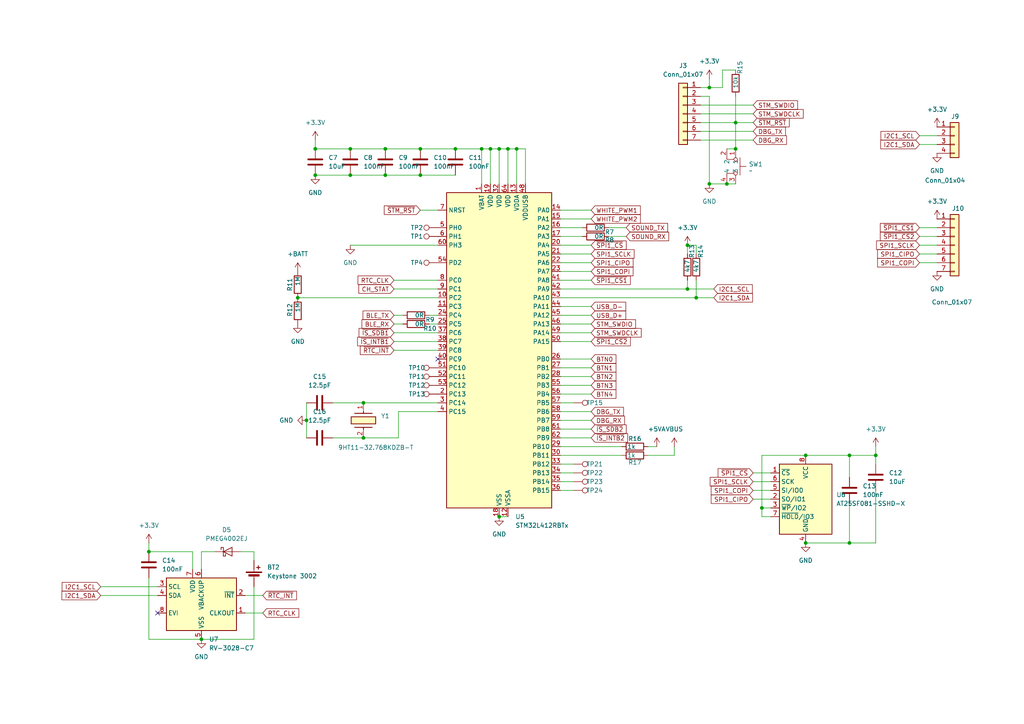
<source format=kicad_sch>
(kicad_sch (version 20250114) (generator "eeschema") (generator_version "9.0")
  (paper "A4")
  (lib_symbols
    (symbol "Connector:TestPoint" (pin_numbers (hide yes)) (pin_names (offset 0.762) (hide yes))
      (property "Reference" "TP" (at 0 6.858 0))
      (property "Value" "TestPoint" (at 0 5.08 0))
      (symbol "TestPoint_0_1"
        (circle (center 0 3.302) (radius 0.762))
      )
      (symbol "TestPoint_1_1"
        (pin passive line (at 0 0 90) (length 2.54) (name "1") (number "1"))
      )
    )
    (symbol "Connector_Generic:Conn_01x04" (pin_names (offset 1.016) (hide yes))
      (property "Reference" "J" (at 0 5.08 0))
      (property "Value" "Conn_01x04" (at 0 -7.62 0))
      (symbol "Conn_01x04_1_1"
        (rectangle (start -1.27 3.81) (end 1.27 -6.35) (stroke (width 0.254)) (fill (type background)))
        (rectangle (start -1.27 2.667) (end 0 2.413) (stroke (width 0.1524)))
        (rectangle (start -1.27 0.127) (end 0 -0.127) (stroke (width 0.1524)))
        (rectangle (start -1.27 -2.413) (end 0 -2.667) (stroke (width 0.1524)))
        (rectangle (start -1.27 -4.953) (end 0 -5.207) (stroke (width 0.1524)))
        (pin passive line (at -5.08 2.54 0) (length 3.81) (name "Pin_1") (number "1"))
        (pin passive line (at -5.08 0 0) (length 3.81) (name "Pin_2") (number "2"))
        (pin passive line (at -5.08 -2.54 0) (length 3.81) (name "Pin_3") (number "3"))
        (pin passive line (at -5.08 -5.08 0) (length 3.81) (name "Pin_4") (number "4"))
      )
    )
    (symbol "Connector_Generic:Conn_01x07" (pin_names (offset 1.016) (hide yes))
      (property "Reference" "J" (at 0 10.16 0))
      (property "Value" "Conn_01x07" (at 0 -10.16 0))
      (symbol "Conn_01x07_1_1"
        (rectangle (start -1.27 8.89) (end 1.27 -8.89) (stroke (width 0.254)) (fill (type background)))
        (rectangle (start -1.27 7.747) (end 0 7.493) (stroke (width 0.1524)))
        (rectangle (start -1.27 5.207) (end 0 4.953) (stroke (width 0.1524)))
        (rectangle (start -1.27 2.667) (end 0 2.413) (stroke (width 0.1524)))
        (rectangle (start -1.27 0.127) (end 0 -0.127) (stroke (width 0.1524)))
        (rectangle (start -1.27 -2.413) (end 0 -2.667) (stroke (width 0.1524)))
        (rectangle (start -1.27 -4.953) (end 0 -5.207) (stroke (width 0.1524)))
        (rectangle (start -1.27 -7.493) (end 0 -7.747) (stroke (width 0.1524)))
        (pin passive line (at -5.08 7.62 0) (length 3.81) (name "Pin_1") (number "1"))
        (pin passive line (at -5.08 5.08 0) (length 3.81) (name "Pin_2") (number "2"))
        (pin passive line (at -5.08 2.54 0) (length 3.81) (name "Pin_3") (number "3"))
        (pin passive line (at -5.08 0 0) (length 3.81) (name "Pin_4") (number "4"))
        (pin passive line (at -5.08 -2.54 0) (length 3.81) (name "Pin_5") (number "5"))
        (pin passive line (at -5.08 -5.08 0) (length 3.81) (name "Pin_6") (number "6"))
        (pin passive line (at -5.08 -7.62 0) (length 3.81) (name "Pin_7") (number "7"))
      )
    )
    (symbol "Device:Battery_Cell" (pin_numbers (hide yes)) (pin_names (offset 0) (hide yes))
      (property "Reference" "BT" (at 2.54 2.54 0))
      (property "Value" "Battery_Cell" (at 2.54 0 0))
      (symbol "Battery_Cell_0_1"
        (rectangle (start -2.286 1.778) (end 2.286 1.524) (fill (type outline)))
        (rectangle (start -1.524 1.016) (end 1.524 0.508) (fill (type outline)))
        (polyline (pts (xy 0 1.778) (xy 0 2.54)))
        (polyline (pts (xy 0 0.762) (xy 0 0)))
        (polyline (pts (xy 0.762 3.048) (xy 1.778 3.048)) (stroke (width 0.254)))
        (polyline (pts (xy 1.27 3.556) (xy 1.27 2.54)) (stroke (width 0.254)))
      )
      (symbol "Battery_Cell_1_1"
        (pin passive line (at 0 5.08 270) (length 2.54) (name "+") (number "1"))
        (pin passive line (at 0 -2.54 90) (length 2.54) (name "-") (number "2"))
      )
    )
    (symbol "Device:C" (pin_numbers (hide yes)) (pin_names (offset 0.254))
      (property "Reference" "C" (at 0.635 2.54 0))
      (property "Value" "C" (at 0.635 -2.54 0))
      (symbol "C_0_1"
        (polyline (pts (xy -2.032 0.762) (xy 2.032 0.762)) (stroke (width 0.508)))
        (polyline (pts (xy -2.032 -0.762) (xy 2.032 -0.762)) (stroke (width 0.508)))
      )
      (symbol "C_1_1"
        (pin passive line (at 0 3.81 270) (length 2.794) (name "~") (number "1"))
        (pin passive line (at 0 -3.81 90) (length 2.794) (name "~") (number "2"))
      )
    )
    (symbol "Device:R" (pin_numbers (hide yes)) (pin_names (offset 0))
      (property "Reference" "R" (at 2.032 0 90))
      (property "Value" "R" (at 0 0 90))
      (symbol "R_0_1"
        (rectangle (start -1.016 -2.54) (end 1.016 2.54) (stroke (width 0.254)))
      )
      (symbol "R_1_1"
        (pin passive line (at 0 3.81 270) (length 1.27) (name "~") (number "1"))
        (pin passive line (at 0 -3.81 90) (length 1.27) (name "~") (number "2"))
      )
    )
    (symbol "Diode:PMEG4002EJ" (pin_numbers (hide yes)) (pin_names (hide yes))
      (property "Reference" "D" (at 0 2.54 0))
      (property "Value" "PMEG4002EJ" (at 0 -2.54 0))
      (symbol "PMEG4002EJ_0_1"
        (polyline (pts (xy -1.905 0.635) (xy -1.905 1.27) (xy -1.27 1.27) (xy -1.27 -1.27) (xy -0.635 -1.27) (xy -0.635 -0.635)) (stroke (width 0.2032)))
        (polyline (pts (xy 1.27 1.27) (xy 1.27 -1.27) (xy -1.27 0) (xy 1.27 1.27)) (stroke (width 0.2032)))
        (polyline (pts (xy 1.27 0) (xy -1.27 0)))
      )
      (symbol "PMEG4002EJ_1_1"
        (pin passive line (at -3.81 0 0) (length 2.54) (name "K") (number "1"))
        (pin passive line (at 3.81 0 180) (length 2.54) (name "A") (number "2"))
      )
    )
    (symbol "MCU_ST_STM32L4:STM32L412RBTx"
      (property "Reference" "U" (at -15.24 46.99 0))
      (property "Value" "STM32L412RBTx" (at 10.16 46.99 0))
      (symbol "STM32L412RBTx_0_1"
        (rectangle (start -15.24 -45.72) (end 15.24 45.72) (stroke (width 0.254)) (fill (type background)))
      )
      (symbol "STM32L412RBTx_1_1"
        (pin input line (at -17.78 40.64 0) (length 2.54) (name "NRST") (number "7"))
        (pin bidirectional line (at -17.78 35.56 0) (length 2.54) (name "PH0") (number "5"))
        (pin bidirectional line (at -17.78 33.02 0) (length 2.54) (name "PH1") (number "6"))
        (pin bidirectional line (at -17.78 30.48 0) (length 2.54) (name "PH3") (number "60"))
        (pin bidirectional line (at -17.78 25.4 0) (length 2.54) (name "PD2") (number "54"))
        (pin bidirectional line (at -17.78 20.32 0) (length 2.54) (name "PC0") (number "8"))
        (pin bidirectional line (at -17.78 17.78 0) (length 2.54) (name "PC1") (number "9"))
        (pin bidirectional line (at -17.78 15.24 0) (length 2.54) (name "PC2") (number "10"))
        (pin bidirectional line (at -17.78 12.7 0) (length 2.54) (name "PC3") (number "11"))
        (pin bidirectional line (at -17.78 10.16 0) (length 2.54) (name "PC4") (number "24"))
        (pin bidirectional line (at -17.78 7.62 0) (length 2.54) (name "PC5") (number "25"))
        (pin bidirectional line (at -17.78 5.08 0) (length 2.54) (name "PC6") (number "37"))
        (pin bidirectional line (at -17.78 2.54 0) (length 2.54) (name "PC7") (number "38"))
        (pin bidirectional line (at -17.78 0 0) (length 2.54) (name "PC8") (number "39"))
        (pin bidirectional line (at -17.78 -2.54 0) (length 2.54) (name "PC9") (number "40"))
        (pin bidirectional line (at -17.78 -5.08 0) (length 2.54) (name "PC10") (number "51"))
        (pin bidirectional line (at -17.78 -7.62 0) (length 2.54) (name "PC11") (number "52"))
        (pin bidirectional line (at -17.78 -10.16 0) (length 2.54) (name "PC12") (number "53"))
        (pin bidirectional line (at -17.78 -12.7 0) (length 2.54) (name "PC13") (number "2"))
        (pin bidirectional line (at -17.78 -15.24 0) (length 2.54) (name "PC14") (number "3"))
        (pin bidirectional line (at -17.78 -17.78 0) (length 2.54) (name "PC15") (number "4"))
        (pin power_in line (at -5.08 48.26 270) (length 2.54) (name "VBAT") (number "1"))
        (pin power_in line (at -2.54 48.26 270) (length 2.54) (name "VDD") (number "19"))
        (pin power_in line (at 0 48.26 270) (length 2.54) (name "VDD") (number "32"))
        (pin power_in line (at 0 -48.26 90) (length 2.54) (name "VSS") (number "18"))
        (pin passive line (at 0 -48.26 90) (length 2.54) (hide yes) (name "VSS") (number "31"))
        (pin passive line (at 0 -48.26 90) (length 2.54) (hide yes) (name "VSS") (number "47"))
        (pin passive line (at 0 -48.26 90) (length 2.54) (hide yes) (name "VSS") (number "63"))
        (pin power_in line (at 2.54 48.26 270) (length 2.54) (name "VDD") (number "64"))
        (pin power_in line (at 2.54 -48.26 90) (length 2.54) (name "VSSA") (number "12"))
        (pin power_in line (at 5.08 48.26 270) (length 2.54) (name "VDDA") (number "13"))
        (pin power_in line (at 7.62 48.26 270) (length 2.54) (name "VDDUSB") (number "48"))
        (pin bidirectional line (at 17.78 40.64 180) (length 2.54) (name "PA0") (number "14"))
        (pin bidirectional line (at 17.78 38.1 180) (length 2.54) (name "PA1") (number "15"))
        (pin bidirectional line (at 17.78 35.56 180) (length 2.54) (name "PA2") (number "16"))
        (pin bidirectional line (at 17.78 33.02 180) (length 2.54) (name "PA3") (number "17"))
        (pin bidirectional line (at 17.78 30.48 180) (length 2.54) (name "PA4") (number "20"))
        (pin bidirectional line (at 17.78 27.94 180) (length 2.54) (name "PA5") (number "21"))
        (pin bidirectional line (at 17.78 25.4 180) (length 2.54) (name "PA6") (number "22"))
        (pin bidirectional line (at 17.78 22.86 180) (length 2.54) (name "PA7") (number "23"))
        (pin bidirectional line (at 17.78 20.32 180) (length 2.54) (name "PA8") (number "41"))
        (pin bidirectional line (at 17.78 17.78 180) (length 2.54) (name "PA9") (number "42"))
        (pin bidirectional line (at 17.78 15.24 180) (length 2.54) (name "PA10") (number "43"))
        (pin bidirectional line (at 17.78 12.7 180) (length 2.54) (name "PA11") (number "44"))
        (pin bidirectional line (at 17.78 10.16 180) (length 2.54) (name "PA12") (number "45"))
        (pin bidirectional line (at 17.78 7.62 180) (length 2.54) (name "PA13") (number "46"))
        (pin bidirectional line (at 17.78 5.08 180) (length 2.54) (name "PA14") (number "49"))
        (pin bidirectional line (at 17.78 2.54 180) (length 2.54) (name "PA15") (number "50"))
        (pin bidirectional line (at 17.78 -2.54 180) (length 2.54) (name "PB0") (number "26"))
        (pin bidirectional line (at 17.78 -5.08 180) (length 2.54) (name "PB1") (number "27"))
        (pin bidirectional line (at 17.78 -7.62 180) (length 2.54) (name "PB2") (number "28"))
        (pin bidirectional line (at 17.78 -10.16 180) (length 2.54) (name "PB3") (number "55"))
        (pin bidirectional line (at 17.78 -12.7 180) (length 2.54) (name "PB4") (number "56"))
        (pin bidirectional line (at 17.78 -15.24 180) (length 2.54) (name "PB5") (number "57"))
        (pin bidirectional line (at 17.78 -17.78 180) (length 2.54) (name "PB6") (number "58"))
        (pin bidirectional line (at 17.78 -20.32 180) (length 2.54) (name "PB7") (number "59"))
        (pin bidirectional line (at 17.78 -22.86 180) (length 2.54) (name "PB8") (number "61"))
        (pin bidirectional line (at 17.78 -25.4 180) (length 2.54) (name "PB9") (number "62"))
        (pin bidirectional line (at 17.78 -27.94 180) (length 2.54) (name "PB10") (number "29"))
        (pin bidirectional line (at 17.78 -30.48 180) (length 2.54) (name "PB11") (number "30"))
        (pin bidirectional line (at 17.78 -33.02 180) (length 2.54) (name "PB12") (number "33"))
        (pin bidirectional line (at 17.78 -35.56 180) (length 2.54) (name "PB13") (number "34"))
        (pin bidirectional line (at 17.78 -38.1 180) (length 2.54) (name "PB14") (number "35"))
        (pin bidirectional line (at 17.78 -40.64 180) (length 2.54) (name "PB15") (number "36"))
      )
    )
    (symbol "Memory_Flash:AT25SF081-SSHD-X"
      (property "Reference" "U" (at -6.35 11.43 0))
      (property "Value" "AT25SF081-SSHD-X" (at 11.43 11.43 0))
      (symbol "AT25SF081-SSHD-X_0_1"
        (rectangle (start -7.62 10.16) (end 7.62 -10.16) (stroke (width 0.254)) (fill (type background)))
      )
      (symbol "AT25SF081-SSHD-X_1_1"
        (pin input line (at -10.16 7.62 0) (length 2.54) (name "~{CS}") (number "1"))
        (pin input line (at -10.16 5.08 0) (length 2.54) (name "SCK") (number "6"))
        (pin bidirectional line (at -10.16 2.54 0) (length 2.54) (name "SI/IO0") (number "5"))
        (pin bidirectional line (at -10.16 0 0) (length 2.54) (name "SO/IO1") (number "2"))
        (pin bidirectional line (at -10.16 -2.54 0) (length 2.54) (name "~{WP}/IO2") (number "3"))
        (pin bidirectional line (at -10.16 -5.08 0) (length 2.54) (name "~{HOLD}/IO3") (number "7"))
        (pin power_in line (at 0 12.7 270) (length 2.54) (name "VCC") (number "8"))
        (pin power_in line (at 0 -12.7 90) (length 2.54) (name "GND") (number "4"))
      )
    )
    (symbol "Timer_RTC:RV-3028-C7"
      (property "Reference" "U" (at -8.89 8.89 0))
      (property "Value" "RV-3028-C7" (at 7.62 8.89 0))
      (symbol "RV-3028-C7_0_1"
        (rectangle (start -10.16 7.62) (end 10.16 -7.62) (stroke (width 0.254)) (fill (type background)))
      )
      (symbol "RV-3028-C7_1_1"
        (pin input line (at -12.7 5.08 0) (length 2.54) (name "SCL") (number "3"))
        (pin bidirectional line (at -12.7 2.54 0) (length 2.54) (name "SDA") (number "4"))
        (pin input line (at -12.7 -2.54 0) (length 2.54) (name "EVI") (number "8"))
        (pin power_in line (at -2.54 10.16 270) (length 2.54) (name "VDD") (number "7"))
        (pin power_in line (at 0 10.16 270) (length 2.54) (name "VBACKUP") (number "6"))
        (pin power_in line (at 0 -10.16 90) (length 2.54) (name "VSS") (number "5"))
        (pin open_collector line (at 12.7 2.54 180) (length 2.54) (name "~{INT}") (number "2"))
        (pin output line (at 12.7 -2.54 180) (length 2.54) (name "CLKOUT") (number "1"))
      )
    )
    (symbol "lighthouse1:9HT11-32.768KDZB-T" (pin_names (hide yes))
      (property "Reference" "Y" (at 8.89 6.35 0))
      (property "Value" "9HT11-32.768KDZB-T" (at 8.89 3.81 0))
      (symbol "9HT11-32.768KDZB-T_1_1"
        (polyline (pts (xy 3.048 2.54) (xy 3.048 -2.54)) (stroke (width 0.254)))
        (polyline (pts (xy 3.048 0) (xy 2.54 0)) (stroke (width 0.254)))
        (rectangle (start 4.064 3.556) (end 6.096 -3.556) (stroke (width 0.254)) (fill (type background)))
        (polyline (pts (xy 7.112 2.54) (xy 7.112 -2.54)) (stroke (width 0.254)))
        (polyline (pts (xy 7.112 0) (xy 7.62 0)) (stroke (width 0.254)))
        (pin passive line (at 0 0 0) (length 2.54) (name "1") (number "1"))
        (pin passive line (at 10.16 0 180) (length 2.54) (name "2") (number "2"))
      )
    )
    (symbol "lighthouse1:SW_PTS5236"
      (property "Reference" "SW1" (at -0.6351 -1.27 90))
      (property "Value" "~" (at 1.27 -1.27 90))
      (symbol "SW_PTS5236_0_1"
        (polyline (pts (xy -2.54 -7.62) (xy -2.032 -7.62)))
        (circle (center -2.032 -5.08) (radius 0.508))
        (polyline (pts (xy -2.032 -5.588) (xy -2.032 -7.62)))
        (polyline (pts (xy 0 -3.81) (xy 0 -2.032)))
        (circle (center 2.032 -5.08) (radius 0.508))
        (polyline (pts (xy 2.032 -5.588) (xy 2.032 -7.62)))
        (polyline (pts (xy 2.54 -3.81) (xy -2.54 -3.81)))
        (polyline (pts (xy 2.54 -7.62) (xy 2.032 -7.62)))
        (pin passive line (at -5.08 -5.08 0) (length 2.54) (name "1") (number "1"))
      )
      (symbol "SW_PTS5236_1_1"
        (pin passive line (at -5.08 -7.62 0) (length 2.54) (name "2") (number "2"))
        (pin passive line (at 5.08 -5.08 180) (length 2.54) (name "3") (number "3"))
        (pin passive line (at 5.08 -7.62 180) (length 2.54) (name "4") (number "4"))
      )
    )
    (symbol "power:+3.3V" (power) (pin_numbers (hide yes)) (pin_names (offset 0) (hide yes))
      (property "Value" "+3.3V" (at 0 3.556 0))
      (symbol "+3.3V_0_1"
        (polyline (pts (xy -0.762 1.27) (xy 0 2.54)))
        (polyline (pts (xy 0 2.54) (xy 0.762 1.27)))
        (polyline (pts (xy 0 0) (xy 0 2.54)))
      )
      (symbol "+3.3V_1_1"
        (pin power_in line (at 0 0 90) (length 0) (name "~") (number "1"))
      )
    )
    (symbol "power:+5VA" (power) (pin_numbers (hide yes)) (pin_names (offset 0) (hide yes))
      (property "Value" "+5VA" (at 0 3.556 0))
      (symbol "+5VA_0_1"
        (polyline (pts (xy -0.762 1.27) (xy 0 2.54)))
        (polyline (pts (xy 0 2.54) (xy 0.762 1.27)))
        (polyline (pts (xy 0 0) (xy 0 2.54)))
      )
      (symbol "+5VA_1_1"
        (pin power_in line (at 0 0 90) (length 0) (name "~") (number "1"))
      )
    )
    (symbol "power:+BATT" (power) (pin_numbers (hide yes)) (pin_names (offset 0) (hide yes))
      (property "Value" "+BATT" (at 0 3.556 0))
      (symbol "+BATT_0_1"
        (polyline (pts (xy -0.762 1.27) (xy 0 2.54)))
        (polyline (pts (xy 0 2.54) (xy 0.762 1.27)))
        (polyline (pts (xy 0 0) (xy 0 2.54)))
      )
      (symbol "+BATT_1_1"
        (pin power_in line (at 0 0 90) (length 0) (name "~") (number "1"))
      )
    )
    (symbol "power:GND" (power) (pin_numbers (hide yes)) (pin_names (offset 0) (hide yes))
      (property "Value" "GND" (at 0 -3.81 0))
      (symbol "GND_0_1"
        (polyline (pts (xy 0 0) (xy 0 -1.27) (xy 1.27 -1.27) (xy 0 -2.54) (xy -1.27 -1.27) (xy 0 -1.27)))
      )
      (symbol "GND_1_1"
        (pin power_in line (at 0 0 270) (length 0) (name "~") (number "1"))
      )
    )
    (symbol "power:VBUS" (power) (pin_numbers (hide yes)) (pin_names (offset 0) (hide yes))
      (property "Value" "VBUS" (at 0 3.556 0))
      (symbol "VBUS_0_1"
        (polyline (pts (xy -0.762 1.27) (xy 0 2.54)))
        (polyline (pts (xy 0 2.54) (xy 0.762 1.27)))
        (polyline (pts (xy 0 0) (xy 0 2.54)))
      )
      (symbol "VBUS_1_1"
        (pin power_in line (at 0 0 90) (length 0) (name "~") (number "1"))
      )
    )
  )
  (junction (at 199.39 71.12))
  (junction (at 220.98 147.32))
  (junction (at 91.44 50.8))
  (junction (at 205.74 53.34))
  (junction (at 43.18 160.02))
  (junction (at 149.86 43.18))
  (junction (at 111.76 43.18))
  (junction (at 86.36 86.36))
  (junction (at 101.6 43.18))
  (junction (at 233.68 157.48))
  (junction (at 121.92 43.18))
  (junction (at 132.08 43.18))
  (junction (at 199.39 83.82))
  (junction (at 121.92 50.8))
  (junction (at 233.68 132.08))
  (junction (at 254 132.08))
  (junction (at 58.42 185.42))
  (junction (at 105.41 127))
  (junction (at 144.78 149.86))
  (junction (at 213.36 43.18))
  (junction (at 246.38 132.08))
  (junction (at 144.78 43.18))
  (junction (at 213.36 35.56))
  (junction (at 210.82 53.34))
  (junction (at 111.76 50.8))
  (junction (at 91.44 43.18))
  (junction (at 88.9 121.92))
  (junction (at 201.93 86.36))
  (junction (at 205.74 25.4))
  (junction (at 105.41 116.84))
  (junction (at 101.6 50.8))
  (junction (at 142.24 43.18))
  (junction (at 147.32 43.18))
  (junction (at 139.7 43.18))
  (junction (at 246.38 157.48))
  (no_connect (at 45.72 177.8))
  (no_connect (at 127 104.14))
  (wire (pts (xy 246.38 157.48) (xy 254 157.48)))
  (wire (pts (xy 162.56 109.22) (xy 171.45 109.22)))
  (wire (pts (xy 142.24 43.18) (xy 142.24 53.34)))
  (wire (pts (xy 114.3 91.44) (xy 116.84 91.44)))
  (wire (pts (xy 162.56 83.82) (xy 199.39 83.82)))
  (wire (pts (xy 162.56 99.06) (xy 171.45 99.06)))
  (wire (pts (xy 111.76 50.8) (xy 121.92 50.8)))
  (wire (pts (xy 71.12 172.72) (xy 76.2 172.72)))
  (wire (pts (xy 162.56 106.68) (xy 171.45 106.68)))
  (wire (pts (xy 254 132.08) (xy 254 134.62)))
  (wire (pts (xy 101.6 43.18) (xy 111.76 43.18)))
  (wire (pts (xy 114.3 83.82) (xy 127 83.82)))
  (wire (pts (xy 162.56 91.44) (xy 171.45 91.44)))
  (wire (pts (xy 210.82 43.18) (xy 213.36 43.18)))
  (wire (pts (xy 205.74 22.86) (xy 205.74 25.4)))
  (wire (pts (xy 115.57 127) (xy 115.57 119.38)))
  (wire (pts (xy 166.37 134.62) (xy 162.56 134.62)))
  (wire (pts (xy 203.2 35.56) (xy 213.36 35.56)))
  (wire (pts (xy 43.18 157.48) (xy 43.18 160.02)))
  (wire (pts (xy 147.32 43.18) (xy 149.86 43.18)))
  (wire (pts (xy 199.39 81.28) (xy 199.39 83.82)))
  (wire (pts (xy 254 129.54) (xy 254 132.08)))
  (wire (pts (xy 121.92 60.96) (xy 127 60.96)))
  (wire (pts (xy 91.44 50.8) (xy 101.6 50.8)))
  (wire (pts (xy 181.61 68.58) (xy 176.53 68.58)))
  (wire (pts (xy 266.7 73.66) (xy 271.78 73.66)))
  (wire (pts (xy 114.3 96.52) (xy 127 96.52)))
  (wire (pts (xy 203.2 38.1) (xy 218.44 38.1)))
  (wire (pts (xy 139.7 43.18) (xy 139.7 53.34)))
  (wire (pts (xy 220.98 132.08) (xy 233.68 132.08)))
  (wire (pts (xy 111.76 43.18) (xy 121.92 43.18)))
  (wire (pts (xy 127 71.12) (xy 101.6 71.12)))
  (wire (pts (xy 271.78 39.37) (xy 266.7 39.37)))
  (wire (pts (xy 162.56 111.76) (xy 171.45 111.76)))
  (wire (pts (xy 91.44 40.64) (xy 91.44 43.18)))
  (wire (pts (xy 162.56 121.92) (xy 171.45 121.92)))
  (wire (pts (xy 144.78 43.18) (xy 144.78 53.34)))
  (wire (pts (xy 73.66 160.02) (xy 73.66 162.56)))
  (wire (pts (xy 203.2 30.48) (xy 218.44 30.48)))
  (wire (pts (xy 152.4 53.34) (xy 152.4 43.18)))
  (wire (pts (xy 181.61 66.04) (xy 176.53 66.04)))
  (wire (pts (xy 121.92 43.18) (xy 132.08 43.18)))
  (wire (pts (xy 124.46 91.44) (xy 127 91.44)))
  (wire (pts (xy 246.38 146.05) (xy 246.38 157.48)))
  (wire (pts (xy 114.3 101.6) (xy 127 101.6)))
  (wire (pts (xy 203.2 25.4) (xy 205.74 25.4)))
  (wire (pts (xy 58.42 160.02) (xy 62.23 160.02)))
  (wire (pts (xy 213.36 43.18) (xy 213.36 35.56)))
  (wire (pts (xy 115.57 119.38) (xy 127 119.38)))
  (wire (pts (xy 266.7 68.58) (xy 271.78 68.58)))
  (wire (pts (xy 162.56 129.54) (xy 180.34 129.54)))
  (wire (pts (xy 43.18 167.64) (xy 43.18 185.42)))
  (wire (pts (xy 266.7 76.2) (xy 271.78 76.2)))
  (wire (pts (xy 162.56 78.74) (xy 171.45 78.74)))
  (wire (pts (xy 201.93 81.28) (xy 201.93 86.36)))
  (wire (pts (xy 73.66 185.42) (xy 73.66 170.18)))
  (wire (pts (xy 91.44 43.18) (xy 101.6 43.18)))
  (wire (pts (xy 166.37 139.7) (xy 162.56 139.7)))
  (wire (pts (xy 246.38 132.08) (xy 254 132.08)))
  (wire (pts (xy 166.37 137.16) (xy 162.56 137.16)))
  (wire (pts (xy 162.56 68.58) (xy 168.91 68.58)))
  (wire (pts (xy 86.36 86.36) (xy 127 86.36)))
  (wire (pts (xy 71.12 177.8) (xy 76.2 177.8)))
  (wire (pts (xy 220.98 147.32) (xy 220.98 132.08)))
  (wire (pts (xy 205.74 27.94) (xy 205.74 53.34)))
  (wire (pts (xy 142.24 43.18) (xy 144.78 43.18)))
  (wire (pts (xy 203.2 40.64) (xy 218.44 40.64)))
  (wire (pts (xy 220.98 147.32) (xy 223.52 147.32)))
  (wire (pts (xy 220.98 149.86) (xy 220.98 147.32)))
  (wire (pts (xy 209.55 25.4) (xy 209.55 20.32)))
  (wire (pts (xy 144.78 43.18) (xy 147.32 43.18)))
  (wire (pts (xy 144.78 149.86) (xy 147.32 149.86)))
  (wire (pts (xy 171.45 124.46) (xy 162.56 124.46)))
  (wire (pts (xy 149.86 43.18) (xy 149.86 53.34)))
  (wire (pts (xy 223.52 149.86) (xy 220.98 149.86)))
  (wire (pts (xy 271.78 66.04) (xy 266.7 66.04)))
  (wire (pts (xy 58.42 165.1) (xy 58.42 160.02)))
  (wire (pts (xy 199.39 71.12) (xy 201.93 71.12)))
  (wire (pts (xy 213.36 27.94) (xy 213.36 35.56)))
  (wire (pts (xy 88.9 116.84) (xy 88.9 121.92)))
  (wire (pts (xy 162.56 119.38) (xy 171.45 119.38)))
  (wire (pts (xy 43.18 160.02) (xy 55.88 160.02)))
  (wire (pts (xy 162.56 60.96) (xy 171.45 60.96)))
  (wire (pts (xy 233.68 157.48) (xy 246.38 157.48)))
  (wire (pts (xy 162.56 104.14) (xy 171.45 104.14)))
  (wire (pts (xy 162.56 63.5) (xy 171.45 63.5)))
  (wire (pts (xy 121.92 50.8) (xy 132.08 50.8)))
  (wire (pts (xy 114.3 93.98) (xy 116.84 93.98)))
  (wire (pts (xy 271.78 71.12) (xy 266.7 71.12)))
  (wire (pts (xy 187.96 132.08) (xy 195.58 132.08)))
  (wire (pts (xy 199.39 71.12) (xy 199.39 73.66)))
  (wire (pts (xy 88.9 121.92) (xy 88.9 127)))
  (wire (pts (xy 207.01 86.36) (xy 201.93 86.36)))
  (wire (pts (xy 166.37 142.24) (xy 162.56 142.24)))
  (wire (pts (xy 205.74 25.4) (xy 209.55 25.4)))
  (wire (pts (xy 58.42 185.42) (xy 73.66 185.42)))
  (wire (pts (xy 218.44 144.78) (xy 223.52 144.78)))
  (wire (pts (xy 218.44 137.16) (xy 223.52 137.16)))
  (wire (pts (xy 201.93 73.66) (xy 201.93 71.12)))
  (wire (pts (xy 233.68 132.08) (xy 246.38 132.08)))
  (wire (pts (xy 152.4 43.18) (xy 149.86 43.18)))
  (wire (pts (xy 105.41 127) (xy 115.57 127)))
  (wire (pts (xy 210.82 53.34) (xy 213.36 53.34)))
  (wire (pts (xy 162.56 88.9) (xy 171.45 88.9)))
  (wire (pts (xy 218.44 142.24) (xy 223.52 142.24)))
  (wire (pts (xy 162.56 66.04) (xy 168.91 66.04)))
  (wire (pts (xy 29.21 172.72) (xy 45.72 172.72)))
  (wire (pts (xy 266.7 41.91) (xy 271.78 41.91)))
  (wire (pts (xy 132.08 43.18) (xy 139.7 43.18)))
  (wire (pts (xy 218.44 139.7) (xy 223.52 139.7)))
  (wire (pts (xy 147.32 43.18) (xy 147.32 53.34)))
  (wire (pts (xy 162.56 93.98) (xy 171.45 93.98)))
  (wire (pts (xy 190.5 129.54) (xy 187.96 129.54)))
  (wire (pts (xy 55.88 165.1) (xy 55.88 160.02)))
  (wire (pts (xy 105.41 116.84) (xy 127 116.84)))
  (wire (pts (xy 195.58 132.08) (xy 195.58 129.54)))
  (wire (pts (xy 207.01 83.82) (xy 199.39 83.82)))
  (wire (pts (xy 29.21 170.18) (xy 45.72 170.18)))
  (wire (pts (xy 96.52 116.84) (xy 105.41 116.84)))
  (wire (pts (xy 162.56 132.08) (xy 180.34 132.08)))
  (wire (pts (xy 213.36 35.56) (xy 218.44 35.56)))
  (wire (pts (xy 203.2 33.02) (xy 218.44 33.02)))
  (wire (pts (xy 114.3 81.28) (xy 127 81.28)))
  (wire (pts (xy 124.46 93.98) (xy 127 93.98)))
  (wire (pts (xy 69.85 160.02) (xy 73.66 160.02)))
  (wire (pts (xy 162.56 71.12) (xy 171.45 71.12)))
  (wire (pts (xy 162.56 76.2) (xy 171.45 76.2)))
  (wire (pts (xy 203.2 27.94) (xy 205.74 27.94)))
  (wire (pts (xy 162.56 114.3) (xy 171.45 114.3)))
  (wire (pts (xy 162.56 86.36) (xy 201.93 86.36)))
  (wire (pts (xy 166.37 116.84) (xy 162.56 116.84)))
  (wire (pts (xy 43.18 185.42) (xy 58.42 185.42)))
  (wire (pts (xy 205.74 53.34) (xy 210.82 53.34)))
  (wire (pts (xy 162.56 73.66) (xy 171.45 73.66)))
  (wire (pts (xy 101.6 50.8) (xy 111.76 50.8)))
  (wire (pts (xy 139.7 43.18) (xy 142.24 43.18)))
  (wire (pts (xy 246.38 132.08) (xy 246.38 138.43)))
  (wire (pts (xy 162.56 81.28) (xy 171.45 81.28)))
  (wire (pts (xy 209.55 20.32) (xy 213.36 20.32)))
  (wire (pts (xy 254 142.24) (xy 254 157.48)))
  (wire (pts (xy 162.56 96.52) (xy 171.45 96.52)))
  (wire (pts (xy 114.3 99.06) (xy 127 99.06)))
  (wire (pts (xy 96.52 127) (xy 105.41 127)))
  (wire (pts (xy 171.45 127) (xy 162.56 127)))
  (global_label "~{IS_INTB2}" (shape input) (at 171.45 127 0) (property "Intersheetrefs" "${INTERSHEET_REFS}" (effects (hide yes))))
  (global_label "~{IS_SDB2}" (shape input) (at 171.45 124.46 0) (property "Intersheetrefs" "${INTERSHEET_REFS}" (effects (hide yes))))
  (global_label "I2C1_SCL" (shape input) (at 29.21 170.18 180) (property "Intersheetrefs" "${INTERSHEET_REFS}" (effects (hide yes))))
  (global_label "~{RTC_INT}" (shape input) (at 114.3 101.6 180) (property "Intersheetrefs" "${INTERSHEET_REFS}" (effects (hide yes))))
  (global_label "RTC_CLK" (shape input) (at 114.3 81.28 180) (property "Intersheetrefs" "${INTERSHEET_REFS}" (effects (hide yes))))
  (global_label "SOUND_RX" (shape input) (at 181.61 68.58 0) (property "Intersheetrefs" "${INTERSHEET_REFS}" (effects (hide yes))))
  (global_label "SPI1_CIPO" (shape input) (at 218.44 144.78 180) (property "Intersheetrefs" "${INTERSHEET_REFS}" (effects (hide yes))))
  (global_label "SOUND_TX" (shape input) (at 181.61 66.04 0) (property "Intersheetrefs" "${INTERSHEET_REFS}" (effects (hide yes))))
  (global_label "BTN4" (shape input) (at 171.45 114.3 0) (property "Intersheetrefs" "${INTERSHEET_REFS}" (effects (hide yes))))
  (global_label "DBG_RX" (shape input) (at 171.45 121.92 0) (property "Intersheetrefs" "${INTERSHEET_REFS}" (effects (hide yes))))
  (global_label "BTN2" (shape input) (at 171.45 109.22 0) (property "Intersheetrefs" "${INTERSHEET_REFS}" (effects (hide yes))))
  (global_label "~{STM_RST}" (shape input) (at 121.92 60.96 180) (property "Intersheetrefs" "${INTERSHEET_REFS}" (effects (hide yes))))
  (global_label "~{RTC_INT}" (shape input) (at 76.2 172.72 0) (property "Intersheetrefs" "${INTERSHEET_REFS}" (effects (hide yes))))
  (global_label "I2C1_SCL" (shape input) (at 207.01 83.82 0) (property "Intersheetrefs" "${INTERSHEET_REFS}" (effects (hide yes))))
  (global_label "~{STM_RST}" (shape input) (at 218.44 35.56 0) (property "Intersheetrefs" "${INTERSHEET_REFS}" (effects (hide yes))))
  (global_label "SPI1_COPI" (shape input) (at 218.44 142.24 180) (property "Intersheetrefs" "${INTERSHEET_REFS}" (effects (hide yes))))
  (global_label "BLE_TX" (shape input) (at 114.3 91.44 180) (property "Intersheetrefs" "${INTERSHEET_REFS}" (effects (hide yes))))
  (global_label "~{SPI1_CS}" (shape input) (at 218.44 137.16 180) (property "Intersheetrefs" "${INTERSHEET_REFS}" (effects (hide yes))))
  (global_label "SPI1_SCLK" (shape input) (at 218.44 139.7 180) (property "Intersheetrefs" "${INTERSHEET_REFS}" (effects (hide yes))))
  (global_label "I2C1_SDA" (shape input) (at 207.01 86.36 0) (property "Intersheetrefs" "${INTERSHEET_REFS}" (effects (hide yes))))
  (global_label "I2C1_SDA" (shape input) (at 29.21 172.72 180) (property "Intersheetrefs" "${INTERSHEET_REFS}" (effects (hide yes))))
  (global_label "~{SPI1_CS2}" (shape input) (at 266.7 68.58 180) (property "Intersheetrefs" "${INTERSHEET_REFS}" (effects (hide yes))))
  (global_label "USB_D+" (shape input) (at 171.45 91.44 0) (property "Intersheetrefs" "${INTERSHEET_REFS}" (effects (hide yes))))
  (global_label "CH_STAT" (shape input) (at 114.3 83.82 180) (property "Intersheetrefs" "${INTERSHEET_REFS}" (effects (hide yes))))
  (global_label "BLE_RX" (shape input) (at 114.3 93.98 180) (property "Intersheetrefs" "${INTERSHEET_REFS}" (effects (hide yes))))
  (global_label "SPI1_CIPO" (shape input) (at 266.7 73.66 180) (property "Intersheetrefs" "${INTERSHEET_REFS}" (effects (hide yes))))
  (global_label "I2C1_SCL" (shape input) (at 266.7 39.37 180) (property "Intersheetrefs" "${INTERSHEET_REFS}" (effects (hide yes))))
  (global_label "SPI1_CIPO" (shape input) (at 171.45 76.2 0) (property "Intersheetrefs" "${INTERSHEET_REFS}" (effects (hide yes))))
  (global_label "WHITE_PWM2" (shape input) (at 171.45 63.5 0) (property "Intersheetrefs" "${INTERSHEET_REFS}" (effects (hide yes))))
  (global_label "STM_SWDCLK" (shape input) (at 218.44 33.02 0) (property "Intersheetrefs" "${INTERSHEET_REFS}" (effects (hide yes))))
  (global_label "DBG_TX" (shape input) (at 171.45 119.38 0) (property "Intersheetrefs" "${INTERSHEET_REFS}" (effects (hide yes))))
  (global_label "BTN0" (shape input) (at 171.45 104.14 0) (property "Intersheetrefs" "${INTERSHEET_REFS}" (effects (hide yes))))
  (global_label "USB_D-" (shape input) (at 171.45 88.9 0) (property "Intersheetrefs" "${INTERSHEET_REFS}" (effects (hide yes))))
  (global_label "WHITE_PWM1" (shape input) (at 171.45 60.96 0) (property "Intersheetrefs" "${INTERSHEET_REFS}" (effects (hide yes))))
  (global_label "STM_SWDCLK" (shape input) (at 171.45 96.52 0) (property "Intersheetrefs" "${INTERSHEET_REFS}" (effects (hide yes))))
  (global_label "STM_SWDIO" (shape input) (at 171.45 93.98 0) (property "Intersheetrefs" "${INTERSHEET_REFS}" (effects (hide yes))))
  (global_label "~{SPI1_CS1}" (shape input) (at 171.45 81.28 0) (property "Intersheetrefs" "${INTERSHEET_REFS}" (effects (hide yes))))
  (global_label "~{SPI1_CS1}" (shape input) (at 266.7 66.04 180) (property "Intersheetrefs" "${INTERSHEET_REFS}" (effects (hide yes))))
  (global_label "SPI1_SCLK" (shape input) (at 266.7 71.12 180) (property "Intersheetrefs" "${INTERSHEET_REFS}" (effects (hide yes))))
  (global_label "~{IS_INTB1}" (shape input) (at 114.3 99.06 180) (property "Intersheetrefs" "${INTERSHEET_REFS}" (effects (hide yes))))
  (global_label "STM_SWDIO" (shape input) (at 218.44 30.48 0) (property "Intersheetrefs" "${INTERSHEET_REFS}" (effects (hide yes))))
  (global_label "~{IS_SDB1}" (shape input) (at 114.3 96.52 180) (property "Intersheetrefs" "${INTERSHEET_REFS}" (effects (hide yes))))
  (global_label "SPI1_COPI" (shape input) (at 266.7 76.2 180) (property "Intersheetrefs" "${INTERSHEET_REFS}" (effects (hide yes))))
  (global_label "I2C1_SDA" (shape input) (at 266.7 41.91 180) (property "Intersheetrefs" "${INTERSHEET_REFS}" (effects (hide yes))))
  (global_label "~{SPI1_CS}" (shape input) (at 171.45 71.12 0) (property "Intersheetrefs" "${INTERSHEET_REFS}" (effects (hide yes))))
  (global_label "BTN1" (shape input) (at 171.45 106.68 0) (property "Intersheetrefs" "${INTERSHEET_REFS}" (effects (hide yes))))
  (global_label "SPI1_SCLK" (shape input) (at 171.45 73.66 0) (property "Intersheetrefs" "${INTERSHEET_REFS}" (effects (hide yes))))
  (global_label "RTC_CLK" (shape input) (at 76.2 177.8 0) (property "Intersheetrefs" "${INTERSHEET_REFS}" (effects (hide yes))))
  (global_label "BTN3" (shape input) (at 171.45 111.76 0) (property "Intersheetrefs" "${INTERSHEET_REFS}" (effects (hide yes))))
  (global_label "~{SPI1_CS2}" (shape input) (at 171.45 99.06 0) (property "Intersheetrefs" "${INTERSHEET_REFS}" (effects (hide yes))))
  (global_label "DBG_RX" (shape input) (at 218.44 40.64 0) (property "Intersheetrefs" "${INTERSHEET_REFS}" (effects (hide yes))))
  (global_label "DBG_TX" (shape input) (at 218.44 38.1 0) (property "Intersheetrefs" "${INTERSHEET_REFS}" (effects (hide yes))))
  (global_label "SPI1_COPI" (shape input) (at 171.45 78.74 0) (property "Intersheetrefs" "${INTERSHEET_REFS}" (effects (hide yes))))
  (symbol (lib_id "Device:C") (at 91.44 46.99 0) (unit 1)
    (property "Reference" "C7" (at 95.25 45.7199 0) (effects (justify left)))
    (property "Value" "10uF" (at 95.25 48.2599 0) (effects (justify left)))
    (property "Footprint" "Capacitor_SMD:C_0805_2012Metric_Pad1.18x1.45mm_HandSolder" (effects (hide yes)))
    (property "Description" "Unpolarized capacitor" (effects (hide yes)))
  )
  (symbol (lib_id "Device:R") (at 199.39 77.47 180) (unit 1)
    (property "Reference" "R13" (at 200.66 72.898 90))
    (property "Value" "4k7" (at 199.39 77.216 90))
    (property "Footprint" "Resistor_SMD:R_0603_1608Metric_Pad0.98x0.95mm_HandSolder" (effects (hide yes)))
    (property "Description" "Resistor" (effects (hide yes)))
  )
  (symbol (lib_id "lighthouse1:9HT11-32.768KDZB-T") (at 105.41 116.84 270) (unit 1)
    (property "Reference" "Y1" (at 110.49 120.6499 90) (effects (justify left)))
    (property "Value" "9HT11-32.768KDZB-T" (at 98.044 129.794 90) (effects (justify left)))
    (property "Footprint" "Lighthouse1:9HT1132768KDZBT" (effects (hide yes)))
    (property "Datasheet" "https://componentsearchengine.com/Datasheets/1/9HT11-32.768KDZB-T.pdf" (effects (hide yes)))
    (property "Description" "TXC - 9HT11-32.768KDZB-T - Crystal, 32.768 kHz, SMD, 2mm x 1.2mm, 6 pF, 20 ppm, 9HT11 Series" (effects (hide yes)))
    (property "Height" "0.6" (effects (hide yes)))
    (property "Manufacturer_Name" "TXC CORPORATION" (effects (hide yes)))
    (property "Manufacturer_Part_Number" "9HT11-32.768KDZB-T" (effects (hide yes)))
    (property "Mouser Part Number" "717-9HT11-32.76KDZBT" (effects (hide yes)))
    (property "Mouser Price/Stock" "https://www.mouser.co.uk/ProductDetail/TXC-Corporation/9HT11-32768KDZB-T?qs=%252B4z%252Bl1oDOjQhuT9CioRnFg%3D%3D" (effects (hide yes)))
    (property "Arrow Part Number" "9HT11-32.768KDZB-T" (effects (hide yes)))
    (property "Arrow Price/Stock" "https://www.arrow.com/en/products/9ht11-32.768kdzb-t/txc-corporation?region=nac" (effects (hide yes)))
  )
  (symbol (lib_id "Device:R") (at 120.65 93.98 90) (unit 1) (in_bom no)
    (property "Reference" "R10" (at 124.714 95.25 90))
    (property "Value" "0R" (at 121.666 93.98 90))
    (property "Footprint" "Resistor_SMD:R_0603_1608Metric_Pad0.98x0.95mm_HandSolder" (effects (hide yes)))
    (property "Description" "Resistor" (effects (hide yes)))
  )
  (symbol (lib_id "lighthouse1:SW_PTS5236") (at 218.44 48.26 270) (unit 1)
    (property "Reference" "SW1" (at 217.17 47.6249 90) (effects (justify left)))
    (property "Value" "~" (at 217.17 49.53 90) (effects (justify left)))
    (property "Footprint" "lighthouse:PTS526" (effects (hide yes)))
  )
  (symbol (lib_id "Connector:TestPoint") (at 166.37 142.24 270) (unit 1) (in_bom no)
    (property "Reference" "TP24" (at 172.466 142.24 90))
    (property "Value" "TestPoint" (effects (hide yes)))
    (property "Footprint" "TestPoint:TestPoint_Pad_D1.0mm" (effects (hide yes)))
    (property "Description" "test point" (effects (hide yes)))
  )
  (symbol (lib_id "power:GND") (at 86.36 93.98 0) (unit 1)
    (property "Reference" "#PWR032" (effects (hide yes)))
    (property "Value" "GND" (at 86.36 99.06 0))
    (property "Description" "Power symbol creates a global label with name \"GND\" , ground" (effects (hide yes)))
  )
  (symbol (lib_id "power:GND") (at 91.44 50.8 0) (unit 1)
    (property "Reference" "#PWR014" (effects (hide yes)))
    (property "Value" "GND" (at 91.44 55.88 0))
    (property "Description" "Power symbol creates a global label with name \"GND\" , ground" (effects (hide yes)))
  )
  (symbol (lib_id "Device:C") (at 132.08 46.99 0) (unit 1)
    (property "Reference" "C11" (at 135.89 45.7199 0) (effects (justify left)))
    (property "Value" "100nF" (at 135.89 48.2599 0) (effects (justify left)))
    (property "Footprint" "Capacitor_SMD:C_0603_1608Metric_Pad1.08x0.95mm_HandSolder" (effects (hide yes)))
    (property "Description" "Unpolarized capacitor" (effects (hide yes)))
  )
  (symbol (lib_id "power:GND") (at 58.42 185.42 0) (unit 1)
    (property "Reference" "#PWR020" (effects (hide yes)))
    (property "Value" "GND" (at 58.42 190.5 0))
    (property "Description" "Power symbol creates a global label with name \"GND\" , ground" (effects (hide yes)))
  )
  (symbol (lib_id "Device:C") (at 254 138.43 0) (unit 1) (in_bom no)
    (property "Reference" "C12" (at 257.81 137.1599 0) (effects (justify left)))
    (property "Value" "10uF" (at 257.81 139.6999 0) (effects (justify left)))
    (property "Footprint" "Capacitor_SMD:C_0805_2012Metric_Pad1.18x1.45mm_HandSolder" (effects (hide yes)))
    (property "Description" "Unpolarized capacitor" (effects (hide yes)))
  )
  (symbol (lib_id "Device:C") (at 246.38 142.24 0) (unit 1) (in_bom no)
    (property "Reference" "C13" (at 250.19 140.9699 0) (effects (justify left)))
    (property "Value" "100nF" (at 250.19 143.5099 0) (effects (justify left)))
    (property "Footprint" "Capacitor_SMD:C_0603_1608Metric_Pad1.08x0.95mm_HandSolder" (effects (hide yes)))
    (property "Description" "Unpolarized capacitor" (effects (hide yes)))
  )
  (symbol (lib_id "Device:C") (at 121.92 46.99 0) (unit 1)
    (property "Reference" "C10" (at 125.73 45.7199 0) (effects (justify left)))
    (property "Value" "100nF" (at 125.73 48.2599 0) (effects (justify left)))
    (property "Footprint" "Capacitor_SMD:C_0603_1608Metric_Pad1.08x0.95mm_HandSolder" (effects (hide yes)))
    (property "Description" "Unpolarized capacitor" (effects (hide yes)))
  )
  (symbol (lib_id "Diode:PMEG4002EJ") (at 66.04 160.02 0) (unit 1)
    (property "Reference" "D5" (at 65.7225 153.67 0))
    (property "Value" "PMEG4002EJ" (at 65.7225 156.21 0))
    (property "Footprint" "Diode_SMD:D_SOD-323F" (effects (hide yes)))
    (property "Datasheet" "https://assets.nexperia.com/documents/data-sheet/PMEG4002EJ.pdf" (effects (hide yes)))
    (property "Description" "40V, 200mA low Vf MEGA Schottky barrier rectifier, SOD-323F" (effects (hide yes)))
  )
  (symbol (lib_id "Device:R") (at 184.15 129.54 270) (mirror x) (unit 1)
    (property "Reference" "R16" (at 184.15 127.254 90))
    (property "Value" "1k" (at 183.134 129.54 90))
    (property "Footprint" "Resistor_SMD:R_0603_1608Metric_Pad0.98x0.95mm_HandSolder" (effects (hide yes)))
    (property "Description" "Resistor" (effects (hide yes)))
  )
  (symbol (lib_id "power:+3.3V") (at 254 129.54 0) (unit 1)
    (property "Reference" "#PWR016" (effects (hide yes)))
    (property "Value" "+3.3V" (at 254 124.46 0))
    (property "Description" "Power symbol creates a global label with name \"+3.3V\"" (effects (hide yes)))
  )
  (symbol (lib_id "Connector:TestPoint") (at 127 106.68 90) (unit 1) (in_bom no)
    (property "Reference" "TP10" (at 120.904 106.68 90))
    (property "Value" "TestPoint" (effects (hide yes)))
    (property "Footprint" "TestPoint:TestPoint_Pad_D1.0mm" (effects (hide yes)))
    (property "Description" "test point" (effects (hide yes)))
  )
  (symbol (lib_id "Connector_Generic:Conn_01x07") (at 198.12 33.02 0) (mirror y) (unit 1) (in_bom no)
    (property "Reference" "J3" (at 198.12 19.05 0))
    (property "Value" "Conn_01x07" (at 198.12 21.59 0))
    (property "Footprint" "Connector_PinHeader_1.27mm:PinHeader_1x07_P1.27mm_Vertical" (effects (hide yes)))
    (property "Description" "Generic connector, single row, 01x07, script generated (kicad-library-utils/schlib/autogen/connector/)" (effects (hide yes)))
  )
  (symbol (lib_id "Connector:TestPoint") (at 127 66.04 90) (unit 1) (in_bom no)
    (property "Reference" "TP2" (at 120.904 66.04 90))
    (property "Value" "TestPoint" (effects (hide yes)))
    (property "Footprint" "TestPoint:TestPoint_Pad_D1.0mm" (effects (hide yes)))
    (property "Description" "test point" (effects (hide yes)))
  )
  (symbol (lib_id "power:VBUS") (at 195.58 129.54 0) (mirror y) (unit 1)
    (property "Reference" "#PWR042" (effects (hide yes)))
    (property "Value" "VBUS" (at 195.58 124.46 0))
    (property "Description" "Power symbol creates a global label with name \"VBUS\"" (effects (hide yes)))
  )
  (symbol (lib_id "power:+3.3V") (at 205.74 22.86 0) (unit 1)
    (property "Reference" "#PWR012" (effects (hide yes)))
    (property "Value" "+3.3V" (at 205.74 17.78 0))
    (property "Description" "Power symbol creates a global label with name \"+3.3V\"" (effects (hide yes)))
  )
  (symbol (lib_id "Device:R") (at 120.65 91.44 90) (unit 1) (in_bom no)
    (property "Reference" "R9" (at 124.714 92.71 90))
    (property "Value" "0R" (at 121.666 91.44 90))
    (property "Footprint" "Resistor_SMD:R_0603_1608Metric_Pad0.98x0.95mm_HandSolder" (effects (hide yes)))
    (property "Description" "Resistor" (effects (hide yes)))
  )
  (symbol (lib_id "Timer_RTC:RV-3028-C7") (at 58.42 175.26 0) (unit 1)
    (property "Reference" "U7" (at 60.6141 185.42 0) (effects (justify left)))
    (property "Value" "RV-3028-C7" (at 60.6141 187.96 0) (effects (justify left)))
    (property "Footprint" "Package_SON:MicroCrystal_C7_SON-8_1.5x3.2mm_P0.9mm" (effects (hide yes)))
    (property "Datasheet" "https://www.microcrystal.com/fileadmin/Media/Products/RTC/Datasheet/RV-3028-C7.pdf" (effects (hide yes)))
    (property "Description" "Realtime Clock/Calendar I2C Interface, Extreme Low Power, 1.1 V to 5.5 V, MicroCrystal C7" (effects (hide yes)))
  )
  (symbol (lib_id "Connector:TestPoint") (at 166.37 139.7 270) (unit 1) (in_bom no)
    (property "Reference" "TP23" (at 172.466 139.7 90))
    (property "Value" "TestPoint" (effects (hide yes)))
    (property "Footprint" "TestPoint:TestPoint_Pad_D1.0mm" (effects (hide yes)))
    (property "Description" "test point" (effects (hide yes)))
  )
  (symbol (lib_id "Device:R") (at 86.36 90.17 180) (unit 1)
    (property "Reference" "R12" (at 84.074 89.916 90))
    (property "Value" "1M" (at 86.36 89.154 90))
    (property "Footprint" "Resistor_SMD:R_0603_1608Metric_Pad0.98x0.95mm_HandSolder" (effects (hide yes)))
    (property "Description" "Resistor" (effects (hide yes)))
  )
  (symbol (lib_id "Device:R") (at 184.15 132.08 270) (mirror x) (unit 1)
    (property "Reference" "R17" (at 184.15 134.112 90))
    (property "Value" "1k" (at 183.134 132.08 90))
    (property "Footprint" "Resistor_SMD:R_0603_1608Metric_Pad0.98x0.95mm_HandSolder" (effects (hide yes)))
    (property "Description" "Resistor" (effects (hide yes)))
  )
  (symbol (lib_id "power:GND") (at 233.68 157.48 0) (unit 1)
    (property "Reference" "#PWR019" (effects (hide yes)))
    (property "Value" "GND" (at 233.68 162.56 0))
    (property "Description" "Power symbol creates a global label with name \"GND\" , ground" (effects (hide yes)))
  )
  (symbol (lib_id "power:+5VA") (at 190.5 129.54 0) (mirror y) (unit 1)
    (property "Reference" "#PWR043" (effects (hide yes)))
    (property "Value" "+5VA" (at 190.5 124.46 0))
    (property "Description" "Power symbol creates a global label with name \"+5VA\"" (effects (hide yes)))
  )
  (symbol (lib_id "power:+3.3V") (at 43.18 157.48 0) (unit 1)
    (property "Reference" "#PWR018" (effects (hide yes)))
    (property "Value" "+3.3V" (at 43.18 152.4 0))
    (property "Description" "Power symbol creates a global label with name \"+3.3V\"" (effects (hide yes)))
  )
  (symbol (lib_id "Connector:TestPoint") (at 166.37 116.84 270) (unit 1) (in_bom no)
    (property "Reference" "TP15" (at 172.466 116.84 90))
    (property "Value" "TestPoint" (effects (hide yes)))
    (property "Footprint" "TestPoint:TestPoint_Pad_D1.0mm" (effects (hide yes)))
    (property "Description" "test point" (effects (hide yes)))
  )
  (symbol (lib_id "power:+3.3V") (at 271.78 63.5 0) (unit 1)
    (property "Reference" "#PWR037" (effects (hide yes)))
    (property "Value" "+3.3V" (at 271.78 58.42 0))
    (property "Description" "Power symbol creates a global label with name \"+3.3V\"" (effects (hide yes)))
  )
  (symbol (lib_id "Connector:TestPoint") (at 166.37 137.16 270) (unit 1) (in_bom no)
    (property "Reference" "TP22" (at 172.466 137.16 90))
    (property "Value" "TestPoint" (effects (hide yes)))
    (property "Footprint" "TestPoint:TestPoint_Pad_D1.0mm" (effects (hide yes)))
    (property "Description" "test point" (effects (hide yes)))
  )
  (symbol (lib_id "power:GND") (at 144.78 149.86 0) (unit 1)
    (property "Reference" "#PWR017" (effects (hide yes)))
    (property "Value" "GND" (at 144.78 154.94 0))
    (property "Description" "Power symbol creates a global label with name \"GND\" , ground" (effects (hide yes)))
  )
  (symbol (lib_id "power:+BATT") (at 86.36 78.74 0) (unit 1)
    (property "Reference" "#PWR033" (effects (hide yes)))
    (property "Value" "+BATT" (at 86.36 73.66 0))
    (property "Description" "Power symbol creates a global label with name \"+BATT\"" (effects (hide yes)))
  )
  (symbol (lib_id "power:+3.3V") (at 271.78 36.83 0) (unit 1)
    (property "Reference" "#PWR036" (effects (hide yes)))
    (property "Value" "+3.3V" (at 271.78 31.75 0))
    (property "Description" "Power symbol creates a global label with name \"+3.3V\"" (effects (hide yes)))
  )
  (symbol (lib_id "Device:Battery_Cell") (at 73.66 167.64 0) (unit 1)
    (property "Reference" "BT2" (at 77.47 164.5284 0) (effects (justify left)))
    (property "Value" "Keystone 3002" (at 77.47 167.0684 0) (effects (justify left)))
    (property "Footprint" "Battery:BatteryHolder_Keystone_3002_1x2032" (effects (hide yes)))
    (property "Description" "Single-cell battery" (effects (hide yes)))
  )
  (symbol (lib_id "Device:C") (at 111.76 46.99 0) (unit 1)
    (property "Reference" "C9" (at 115.57 45.7199 0) (effects (justify left)))
    (property "Value" "100nF" (at 115.57 48.2599 0) (effects (justify left)))
    (property "Footprint" "Capacitor_SMD:C_0603_1608Metric_Pad1.08x0.95mm_HandSolder" (effects (hide yes)))
    (property "Description" "Unpolarized capacitor" (effects (hide yes)))
  )
  (symbol (lib_id "Device:C") (at 92.71 127 270) (unit 1)
    (property "Reference" "C16" (at 92.71 119.38 90))
    (property "Value" "12.5pF" (at 92.71 121.92 90))
    (property "Footprint" "Capacitor_SMD:C_0603_1608Metric_Pad1.08x0.95mm_HandSolder" (effects (hide yes)))
    (property "Description" "Unpolarized capacitor" (effects (hide yes)))
  )
  (symbol (lib_id "Connector:TestPoint") (at 127 68.58 90) (unit 1) (in_bom no)
    (property "Reference" "TP1" (at 120.904 68.58 90))
    (property "Value" "TestPoint" (effects (hide yes)))
    (property "Footprint" "TestPoint:TestPoint_Pad_D1.0mm" (effects (hide yes)))
    (property "Description" "test point" (effects (hide yes)))
  )
  (symbol (lib_id "power:GND") (at 88.9 121.92 270) (unit 1)
    (property "Reference" "#PWR040" (effects (hide yes)))
    (property "Value" "GND" (at 85.09 121.9199 90) (effects (justify right)))
    (property "Description" "Power symbol creates a global label with name \"GND\" , ground" (effects (hide yes)))
  )
  (symbol (lib_id "power:GND") (at 271.78 78.74 0) (unit 1)
    (property "Reference" "#PWR038" (effects (hide yes)))
    (property "Value" "GND" (at 271.78 83.82 0))
    (property "Description" "Power symbol creates a global label with name \"GND\" , ground" (effects (hide yes)))
  )
  (symbol (lib_id "Device:R") (at 172.72 66.04 90) (unit 1) (in_bom no)
    (property "Reference" "R7" (at 176.784 67.31 90))
    (property "Value" "0R" (at 173.736 66.04 90))
    (property "Footprint" "Resistor_SMD:R_0603_1608Metric_Pad0.98x0.95mm_HandSolder" (effects (hide yes)))
    (property "Description" "Resistor" (effects (hide yes)))
  )
  (symbol (lib_id "Connector:TestPoint") (at 127 76.2 90) (unit 1) (in_bom no)
    (property "Reference" "TP4" (at 120.904 76.2 90))
    (property "Value" "TestPoint" (effects (hide yes)))
    (property "Footprint" "TestPoint:TestPoint_Pad_D1.0mm" (effects (hide yes)))
    (property "Description" "test point" (effects (hide yes)))
  )
  (symbol (lib_id "power:GND") (at 271.78 44.45 0) (unit 1)
    (property "Reference" "#PWR035" (effects (hide yes)))
    (property "Value" "GND" (at 271.78 49.53 0))
    (property "Description" "Power symbol creates a global label with name \"GND\" , ground" (effects (hide yes)))
  )
  (symbol (lib_id "power:GND") (at 101.6 71.12 0) (unit 1)
    (property "Reference" "#PWR041" (effects (hide yes)))
    (property "Value" "GND" (at 101.6 76.2 0))
    (property "Description" "Power symbol creates a global label with name \"GND\" , ground" (effects (hide yes)))
  )
  (symbol (lib_id "MCU_ST_STM32L4:STM32L412RBTx") (at 144.78 101.6 0) (unit 1)
    (property "Reference" "U5" (at 149.4633 149.86 0) (effects (justify left)))
    (property "Value" "STM32L412RBTx" (at 149.4633 152.4 0) (effects (justify left)))
    (property "Footprint" "Package_QFP:LQFP-64_10x10mm_P0.5mm" (effects (hide yes)))
    (property "Datasheet" "https://www.st.com/resource/en/datasheet/stm32l412rb.pdf" (effects (hide yes)))
    (property "Description" "STMicroelectronics Arm Cortex-M4 MCU, 128KB flash, 40KB RAM, 80 MHz, 1.71-3.6V, 52 GPIO, LQFP64" (effects (hide yes)))
  )
  (symbol (lib_id "power:+3.3V") (at 199.39 71.12 0) (unit 1)
    (property "Reference" "#PWR034" (effects (hide yes)))
    (property "Value" "+3.3V" (at 199.39 66.04 0))
    (property "Description" "Power symbol creates a global label with name \"+3.3V\"" (effects (hide yes)))
  )
  (symbol (lib_id "Device:R") (at 201.93 77.47 180) (unit 1)
    (property "Reference" "R14" (at 203.2 72.898 90))
    (property "Value" "4k7" (at 201.93 77.216 90))
    (property "Footprint" "Resistor_SMD:R_0603_1608Metric_Pad0.98x0.95mm_HandSolder" (effects (hide yes)))
    (property "Description" "Resistor" (effects (hide yes)))
  )
  (symbol (lib_id "Connector_Generic:Conn_01x04") (at 276.86 39.37 0) (unit 1) (in_bom no)
    (property "Reference" "J9" (at 275.844 33.7819 0) (effects (justify left)))
    (property "Value" "Conn_01x04" (at 268.224 52.3239 0) (effects (justify left)))
    (property "Footprint" "Connector_PinHeader_2.54mm:PinHeader_1x04_P2.54mm_Vertical" (effects (hide yes)))
    (property "Description" "Generic connector, single row, 01x04, script generated (kicad-library-utils/schlib/autogen/connector/)" (effects (hide yes)))
  )
  (symbol (lib_id "Device:C") (at 101.6 46.99 0) (unit 1)
    (property "Reference" "C8" (at 105.41 45.7199 0) (effects (justify left)))
    (property "Value" "100nF" (at 105.41 48.2599 0) (effects (justify left)))
    (property "Footprint" "Capacitor_SMD:C_0603_1608Metric_Pad1.08x0.95mm_HandSolder" (effects (hide yes)))
    (property "Description" "Unpolarized capacitor" (effects (hide yes)))
  )
  (symbol (lib_id "Connector_Generic:Conn_01x07") (at 276.86 71.12 0) (unit 1) (in_bom no)
    (property "Reference" "J10" (at 277.876 60.452 0))
    (property "Value" "Conn_01x07" (at 276.098 87.63 0))
    (property "Footprint" "Connector_PinHeader_2.54mm:PinHeader_1x07_P2.54mm_Vertical" (effects (hide yes)))
    (property "Description" "Generic connector, single row, 01x07, script generated (kicad-library-utils/schlib/autogen/connector/)" (effects (hide yes)))
  )
  (symbol (lib_id "Connector:TestPoint") (at 127 109.22 90) (unit 1) (in_bom no)
    (property "Reference" "TP11" (at 120.904 109.22 90))
    (property "Value" "TestPoint" (effects (hide yes)))
    (property "Footprint" "TestPoint:TestPoint_Pad_D1.0mm" (effects (hide yes)))
    (property "Description" "test point" (effects (hide yes)))
  )
  (symbol (lib_id "Connector:TestPoint") (at 127 114.3 90) (unit 1) (in_bom no)
    (property "Reference" "TP13" (at 120.904 114.3 90))
    (property "Value" "TestPoint" (effects (hide yes)))
    (property "Footprint" "TestPoint:TestPoint_Pad_D1.0mm" (effects (hide yes)))
    (property "Description" "test point" (effects (hide yes)))
  )
  (symbol (lib_id "Connector:TestPoint") (at 166.37 134.62 270) (unit 1) (in_bom no)
    (property "Reference" "TP21" (at 172.466 134.62 90))
    (property "Value" "TestPoint" (effects (hide yes)))
    (property "Footprint" "TestPoint:TestPoint_Pad_D1.0mm" (effects (hide yes)))
    (property "Description" "test point" (effects (hide yes)))
  )
  (symbol (lib_id "Connector:TestPoint") (at 127 111.76 90) (unit 1) (in_bom no)
    (property "Reference" "TP12" (at 120.904 111.76 90))
    (property "Value" "TestPoint" (effects (hide yes)))
    (property "Footprint" "TestPoint:TestPoint_Pad_D1.0mm" (effects (hide yes)))
    (property "Description" "test point" (effects (hide yes)))
  )
  (symbol (lib_id "power:GND") (at 205.74 53.34 0) (unit 1)
    (property "Reference" "#PWR015" (effects (hide yes)))
    (property "Value" "GND" (at 205.74 58.42 0))
    (property "Description" "Power symbol creates a global label with name \"GND\" , ground" (effects (hide yes)))
  )
  (symbol (lib_id "Memory_Flash:AT25SF081-SSHD-X") (at 233.68 144.78 0) (unit 1) (in_bom no)
    (property "Reference" "U6" (at 242.57 143.5099 0) (effects (justify left)))
    (property "Value" "AT25SF081-SSHD-X" (at 242.57 146.0499 0) (effects (justify left)))
    (property "Footprint" "Package_SO:SOIC-8_3.9x4.9mm_P1.27mm" (effects (hide yes)))
    (property "Datasheet" "https://www.adestotech.com/wp-content/uploads/DS-AT25SF081_045.pdf" (effects (hide yes)))
    (property "Description" "8-Mbit, 2.5V Minimum SPI Serial Flash Memory with Dual-I/O and Quad-I/O Support, SOIC-8" (effects (hide yes)))
  )
  (symbol (lib_id "Device:C") (at 43.18 163.83 0) (unit 1)
    (property "Reference" "C14" (at 46.99 162.5599 0) (effects (justify left)))
    (property "Value" "100nF" (at 46.99 165.0999 0) (effects (justify left)))
    (property "Footprint" "Capacitor_SMD:C_0603_1608Metric_Pad1.08x0.95mm_HandSolder" (effects (hide yes)))
    (property "Description" "Unpolarized capacitor" (effects (hide yes)))
  )
  (symbol (lib_id "Device:R") (at 86.36 82.55 180) (unit 1)
    (property "Reference" "R11" (at 84.074 82.55 90))
    (property "Value" "1M" (at 86.36 81.534 90))
    (property "Footprint" "Resistor_SMD:R_0603_1608Metric_Pad0.98x0.95mm_HandSolder" (effects (hide yes)))
    (property "Description" "Resistor" (effects (hide yes)))
  )
  (symbol (lib_id "power:+3.3V") (at 91.44 40.64 0) (unit 1)
    (property "Reference" "#PWR013" (effects (hide yes)))
    (property "Value" "+3.3V" (at 91.44 35.56 0))
    (property "Description" "Power symbol creates a global label with name \"+3.3V\"" (effects (hide yes)))
  )
  (symbol (lib_id "Device:R") (at 172.72 68.58 90) (unit 1) (in_bom no)
    (property "Reference" "R8" (at 176.784 69.596 90))
    (property "Value" "0R" (at 173.736 68.58 90))
    (property "Footprint" "Resistor_SMD:R_0603_1608Metric_Pad0.98x0.95mm_HandSolder" (effects (hide yes)))
    (property "Description" "Resistor" (effects (hide yes)))
  )
  (symbol (lib_id "Device:C") (at 92.71 116.84 270) (unit 1)
    (property "Reference" "C15" (at 92.71 109.22 90))
    (property "Value" "12.5pF" (at 92.71 111.76 90))
    (property "Footprint" "Capacitor_SMD:C_0603_1608Metric_Pad1.08x0.95mm_HandSolder" (effects (hide yes)))
    (property "Description" "Unpolarized capacitor" (effects (hide yes)))
  )
  (symbol (lib_id "Device:R") (at 213.36 24.13 180) (unit 1)
    (property "Reference" "R15" (at 214.63 19.558 90))
    (property "Value" "10k" (at 213.36 23.876 90))
    (property "Footprint" "Resistor_SMD:R_0603_1608Metric_Pad0.98x0.95mm_HandSolder" (effects (hide yes)))
    (property "Description" "Resistor" (effects (hide yes)))
  )
)
</source>
